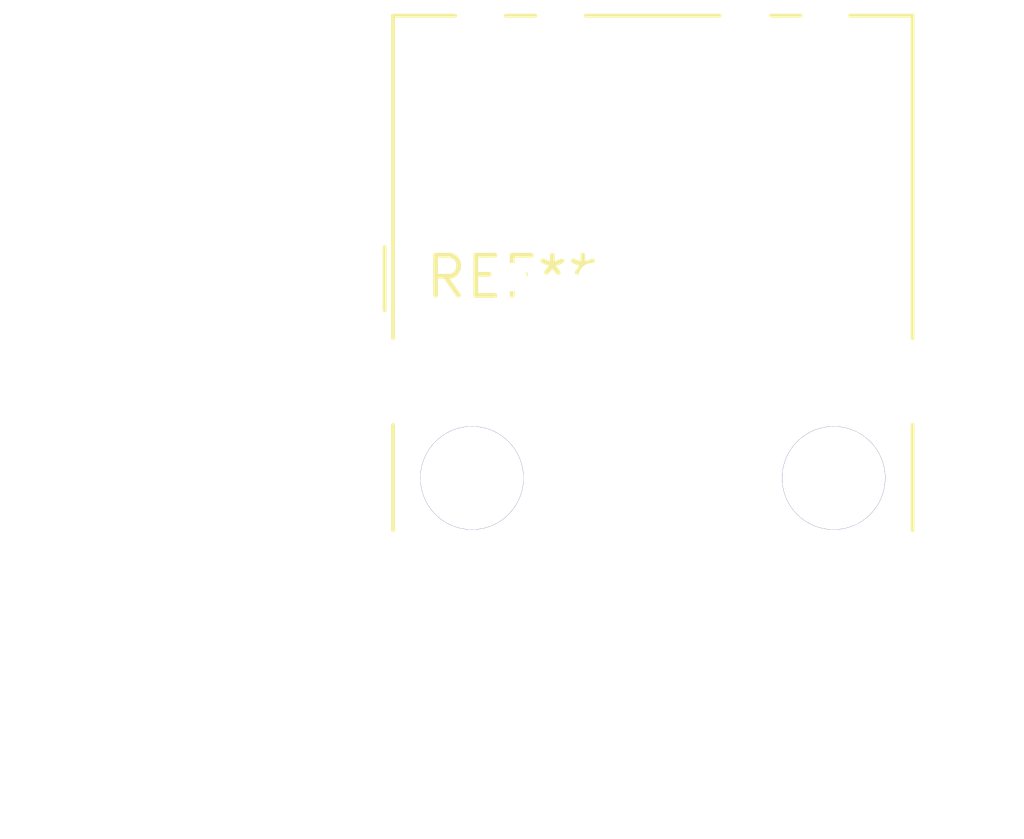
<source format=kicad_pcb>
(kicad_pcb (version 20240108) (generator pcbnew)
  (layers (0 "F.Cu" signal) (31 "B.Cu" signal) (34 "B.Paste" user) (35 "F.Paste" user) (36 "B.SilkS" user "B.Silkscreen") (37 "F.SilkS" user "F.Silkscreen") (38 "B.Mask" user) (39 "F.Mask" user) (44 "Edge.Cuts" user))
  (net 0 "")
  (footprint "RJ45_Molex_9346520x_Horizontal" (layer "F.Cu") (at 0 0)
    (property "Reference" "REF**")
    (property "Value" "RJ45_Molex_9346520x_Horizontal")
    (fp_line (start -4.03 -0.95) (end -4.03 1.05) (layer "F.SilkS") (stroke (width 0.12)))
    (fp_line (start -3.765 -8.26) (end -3.765 1.93) (layer "F.SilkS") (stroke (width 0.12)))
    (fp_line (start -3.765 4.67) (end -3.765 8) (layer "F.SilkS") (stroke (width 0.12)))
    (fp_line (start -1.8 -8.26) (end -3.765 -8.26) (layer "F.SilkS") (stroke (width 0.12)))
    (fp_line (start -0.2 -8.26) (end 0.73 -8.26) (layer "F.SilkS") (stroke (width 0.12)))
    (fp_line (start 2.33 -8.26) (end 6.56 -8.26) (layer "F.SilkS") (stroke (width 0.12)))
    (fp_line (start 8.18 -8.26) (end 9.12 -8.26) (layer "F.SilkS") (stroke (width 0.12)))
    (fp_line (start 12.655 -8.26) (end 10.68 -8.26) (layer "F.SilkS") (stroke (width 0.12)))
    (fp_line (start 12.655 1.93) (end 12.655 -8.26) (layer "F.SilkS") (stroke (width 0.12)))
    (fp_line (start 12.655 8) (end 12.655 4.67) (layer "F.SilkS") (stroke (width 0.12)))
    (pad "" np_thru_hole circle (at -1.27 6.35) (size 3.26 3.26) (drill 3.25) (layers F&B.Cu *.Mask))
    (pad "" np_thru_hole circle (at 10.16 6.35) (size 3.26 3.26) (drill 3.25) (layers F&B.Cu *.Mask))
    (pad "2" thru_hole roundrect (at 0 0) (size 1.6 1.6) (drill 0.9) (layers *.Cu *.Mask) (remove_unused_layers) (roundrect_rratio 0.15625))
    (pad "3" thru_hole circle (at 1.27 -2.54) (size 1.6 1.6) (drill 0.9) (layers *.Cu *.Mask) (remove_unused_layers))
    (pad "4" thru_hole circle (at 2.54 0) (size 1.6 1.6) (drill 0.9) (layers *.Cu *.Mask) (remove_unused_layers))
    (pad "5" thru_hole circle (at 3.81 -2.54) (size 1.6 1.6) (drill 0.9) (layers *.Cu *.Mask) (remove_unused_layers))
    (pad "6" thru_hole circle (at 5.08 0) (size 1.6 1.6) (drill 0.9) (layers *.Cu *.Mask) (remove_unused_layers))
    (pad "7" thru_hole circle (at 6.35 -2.54) (size 1.6 1.6) (drill 0.9) (layers *.Cu *.Mask) (remove_unused_layers))
    (pad "8" thru_hole circle (at 7.62 0) (size 1.6 1.6) (drill 0.9) (layers *.Cu *.Mask) (remove_unused_layers))
    (pad "9" thru_hole circle (at 8.89 -2.54) (size 1.6 1.6) (drill 0.9) (layers *.Cu *.Mask) (remove_unused_layers))
    (pad "11" thru_hole circle (at -1.015 -7.37) (size 1.72 1.72) (drill 1.02) (layers *.Cu *.Mask) (remove_unused_layers))
    (pad "12" thru_hole circle (at 1.525 -7.37) (size 1.72 1.72) (drill 1.02) (layers *.Cu *.Mask) (remove_unused_layers))
    (pad "13" thru_hole circle (at 7.365 -7.37) (size 1.72 1.72) (drill 1.02) (layers *.Cu *.Mask) (remove_unused_layers))
    (pad "14" thru_hole circle (at 9.905 -7.37) (size 1.72 1.72) (drill 1.02) (layers *.Cu *.Mask) (remove_unused_layers))
    (pad "SH" thru_hole circle (at -3.35 3.3) (size 2.2 2.2) (drill 1.58) (layers *.Cu *.Mask) (remove_unused_layers))
    (pad "SH" thru_hole circle (at 12.24 3.3) (size 2.2 2.2) (drill 1.58) (layers *.Cu *.Mask) (remove_unused_layers))
  )
)
</source>
